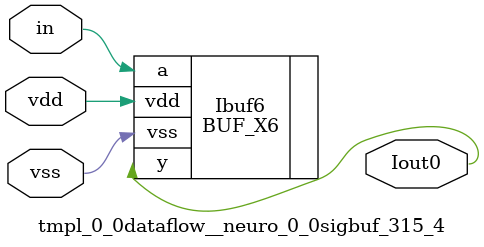
<source format=v>
module tmpl_0_0dataflow__neuro_0_0sigbuf_315_4(in, Iout0 , vdd, vss); 
   input vdd;
   input vss;
   input in;
   

// -- signals ---
   output Iout0 ;
   wire in;

// --- instances
BUF_X6 Ibuf6  (.y(Iout0 ), .a(in), .vdd(vdd), .vss(vss));
endmodule
</source>
